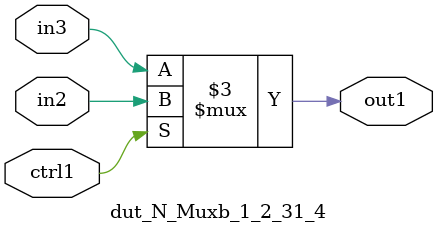
<source format=v>

`timescale 1ps / 1ps


module dut_N_Muxb_1_2_31_4( in3, in2, ctrl1, out1 );

    input in3;
    input in2;
    input ctrl1;
    output out1;
    reg out1;

    
    // rtl_process:dut_N_Muxb_1_2_31_4/dut_N_Muxb_1_2_31_4_thread_1
    always @*
      begin : dut_N_Muxb_1_2_31_4_thread_1
        case (ctrl1) 
          1'b1: 
            begin
              out1 = in2;
            end
          default: 
            begin
              out1 = in3;
            end
        endcase
      end

endmodule



</source>
